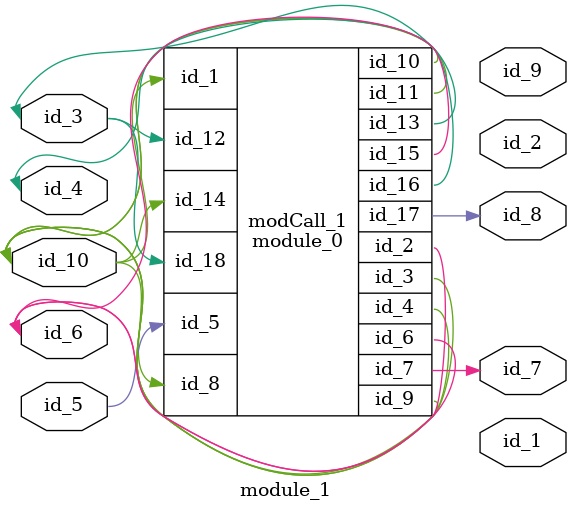
<source format=v>
module module_0 (
    id_1,
    id_2,
    id_3,
    id_4,
    id_5,
    id_6,
    id_7,
    id_8,
    id_9,
    id_10,
    id_11,
    id_12,
    id_13,
    id_14,
    id_15,
    id_16,
    id_17,
    id_18
);
  input wire id_18;
  output wire id_17;
  output wire id_16;
  inout wire id_15;
  input wire id_14;
  output wire id_13;
  input wire id_12;
  output wire id_11;
  output wire id_10;
  inout wire id_9;
  input wire id_8;
  output wire id_7;
  inout wire id_6;
  input wire id_5;
  inout wire id_4;
  output wire id_3;
  inout wire id_2;
  input wire id_1;
  assign id_13 = 1;
  wire id_19;
  always $display;
  wire id_20;
endmodule
module module_1 (
    id_1,
    id_2,
    id_3,
    id_4,
    id_5,
    id_6,
    id_7,
    id_8,
    id_9,
    id_10
);
  inout wire id_10;
  output wire id_9;
  output wire id_8;
  output wire id_7;
  inout wire id_6;
  input wire id_5;
  inout wire id_4;
  inout wire id_3;
  output wire id_2;
  output wire id_1;
  module_0 modCall_1 (
      id_10,
      id_6,
      id_10,
      id_10,
      id_5,
      id_6,
      id_7,
      id_10,
      id_10,
      id_10,
      id_10,
      id_3,
      id_3,
      id_10,
      id_6,
      id_4,
      id_8,
      id_3
  );
endmodule

</source>
